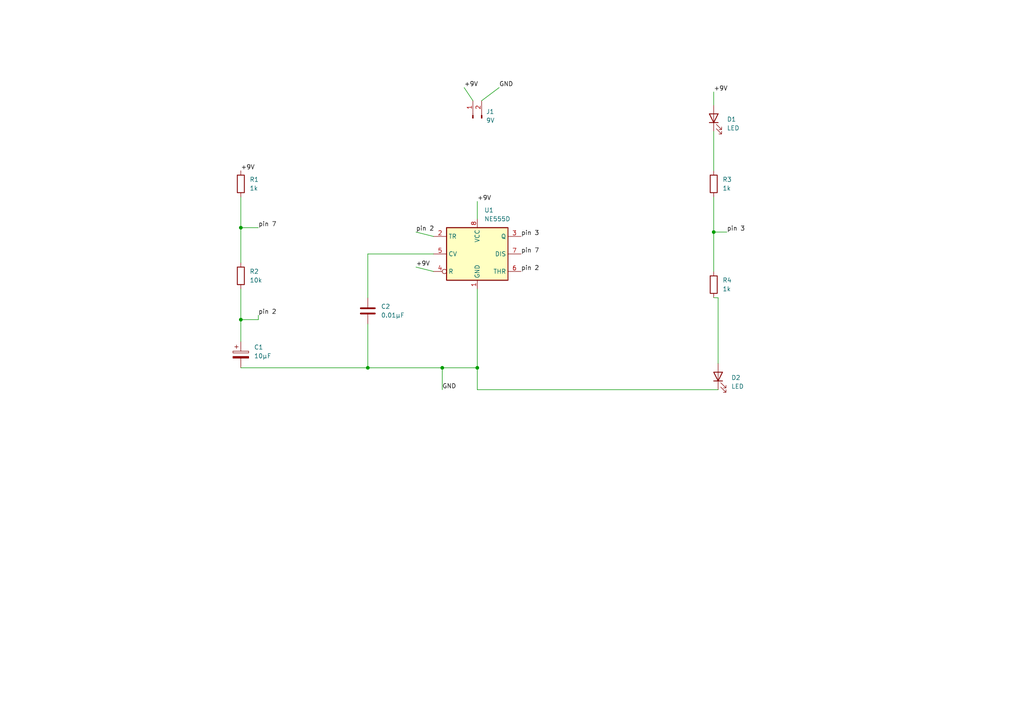
<source format=kicad_sch>
(kicad_sch (version 20211123) (generator eeschema)
  (paper "A4")
  (lib_symbols
    (symbol "Connector:Conn_01x02_Male" (pin_names (offset 1.016) hide)
      (property "Reference" "J" (at 0 2.54 0))
      (property "Value" "Conn_01x02_Male" (at 0 -5.08 0))
      (symbol "Conn_01x02_Male_1_1"
        (polyline (pts (xy 1.27 -2.54) (xy 0.8636 -2.54)) (stroke (width 0.1524)))
        (polyline (pts (xy 1.27 0) (xy 0.8636 0)) (stroke (width 0.1524)))
        (rectangle (start 0.8636 -2.413) (end 0 -2.667) (stroke (width 0.1524)) (fill (type outline)))
        (rectangle (start 0.8636 0.127) (end 0 -0.127) (stroke (width 0.1524)) (fill (type outline)))
        (pin passive line (at 5.08 0 180) (length 3.81) (name "Pin_1") (number "1"))
        (pin passive line (at 5.08 -2.54 180) (length 3.81) (name "Pin_2") (number "2"))
      )
    )
    (symbol "Device:C" (pin_numbers hide) (pin_names (offset 0.254))
      (property "Reference" "C" (at 0.635 2.54 0))
      (property "Value" "C" (at 0.635 -2.54 0))
      (symbol "C_0_1"
        (polyline (pts (xy -2.032 -0.762) (xy 2.032 -0.762)) (stroke (width 0.508)))
        (polyline (pts (xy -2.032 0.762) (xy 2.032 0.762)) (stroke (width 0.508)))
      )
      (symbol "C_1_1"
        (pin passive line (at 0 3.81 270) (length 2.794) (name "~") (number "1"))
        (pin passive line (at 0 -3.81 90) (length 2.794) (name "~") (number "2"))
      )
    )
    (symbol "Device:C_Polarized" (pin_numbers hide) (pin_names (offset 0.254))
      (property "Reference" "C" (at 0.635 2.54 0))
      (property "Value" "C_Polarized" (at 0.635 -2.54 0))
      (symbol "C_Polarized_0_1"
        (rectangle (start -2.286 0.508) (end 2.286 1.016))
        (polyline (pts (xy -1.778 2.286) (xy -0.762 2.286)))
        (polyline (pts (xy -1.27 2.794) (xy -1.27 1.778)))
        (rectangle (start 2.286 -0.508) (end -2.286 -1.016) (fill (type outline)))
      )
      (symbol "C_Polarized_1_1"
        (pin passive line (at 0 3.81 270) (length 2.794) (name "~") (number "1"))
        (pin passive line (at 0 -3.81 90) (length 2.794) (name "~") (number "2"))
      )
    )
    (symbol "Device:LED" (pin_numbers hide) (pin_names (offset 1.016) hide)
      (property "Reference" "D" (at 0 2.54 0))
      (property "Value" "LED" (at 0 -2.54 0))
      (symbol "LED_0_1"
        (polyline (pts (xy -1.27 -1.27) (xy -1.27 1.27)) (stroke (width 0.254)))
        (polyline (pts (xy -1.27 0) (xy 1.27 0)))
        (polyline (pts (xy 1.27 -1.27) (xy 1.27 1.27) (xy -1.27 0) (xy 1.27 -1.27)) (stroke (width 0.254)))
        (polyline (pts (xy -3.048 -0.762) (xy -4.572 -2.286) (xy -3.81 -2.286) (xy -4.572 -2.286) (xy -4.572 -1.524)))
        (polyline (pts (xy -1.778 -0.762) (xy -3.302 -2.286) (xy -2.54 -2.286) (xy -3.302 -2.286) (xy -3.302 -1.524)))
      )
      (symbol "LED_1_1"
        (pin passive line (at -3.81 0 0) (length 2.54) (name "K") (number "1"))
        (pin passive line (at 3.81 0 180) (length 2.54) (name "A") (number "2"))
      )
    )
    (symbol "Device:R" (pin_numbers hide) (pin_names (offset 0))
      (property "Reference" "R" (at 2.032 0 90))
      (property "Value" "R" (at 0 0 90))
      (symbol "R_0_1"
        (rectangle (start -1.016 -2.54) (end 1.016 2.54) (stroke (width 0.254)))
      )
      (symbol "R_1_1"
        (pin passive line (at 0 3.81 270) (length 1.27) (name "~") (number "1"))
        (pin passive line (at 0 -3.81 90) (length 1.27) (name "~") (number "2"))
      )
    )
    (symbol "Timer:NE555D"
      (property "Reference" "U" (at -10.16 8.89 0))
      (property "Value" "NE555D" (at 2.54 8.89 0))
      (symbol "NE555D_0_0"
        (pin power_in line (at 0 -10.16 90) (length 2.54) (name "GND") (number "1"))
        (pin power_in line (at 0 10.16 270) (length 2.54) (name "VCC") (number "8"))
      )
      (symbol "NE555D_0_1"
        (rectangle (start -8.89 -7.62) (end 8.89 7.62) (stroke (width 0.254)) (fill (type background)))
        (rectangle (start -8.89 -7.62) (end 8.89 7.62) (stroke (width 0.254)) (fill (type background)))
      )
      (symbol "NE555D_1_1"
        (pin input line (at -12.7 5.08 0) (length 3.81) (name "TR") (number "2"))
        (pin output line (at 12.7 5.08 180) (length 3.81) (name "Q") (number "3"))
        (pin input inverted (at -12.7 -5.08 0) (length 3.81) (name "R") (number "4"))
        (pin input line (at -12.7 0 0) (length 3.81) (name "CV") (number "5"))
        (pin input line (at 12.7 -5.08 180) (length 3.81) (name "THR") (number "6"))
        (pin input line (at 12.7 0 180) (length 3.81) (name "DIS") (number "7"))
      )
    )
  )
  (junction (at 138.43 106.68))
  (junction (at 207.01 67.31))
  (junction (at 69.85 92.71))
  (junction (at 69.85 66.04))
  (junction (at 128.27 106.68))
  (junction (at 106.68 106.68))
  (wire (pts (xy 69.85 66.04) (xy 69.85 76.2)))
  (wire (pts (xy 69.85 57.15) (xy 69.85 66.04)))
  (wire (pts (xy 120.65 67.31) (xy 125.73 68.58)))
  (wire (pts (xy 106.68 106.68) (xy 106.68 93.98)))
  (wire (pts (xy 106.68 73.66) (xy 125.73 73.66)))
  (wire (pts (xy 69.85 83.82) (xy 69.85 92.71)))
  (wire (pts (xy 207.01 67.31) (xy 210.82 67.31)))
  (wire (pts (xy 134.62 25.4) (xy 137.16 29.21)))
  (wire (pts (xy 69.85 92.71) (xy 69.85 99.06)))
  (wire (pts (xy 208.28 86.36) (xy 207.01 86.36)))
  (wire (pts (xy 128.27 106.68) (xy 138.43 106.68)))
  (wire (pts (xy 207.01 57.15) (xy 207.01 67.31)))
  (wire (pts (xy 138.43 83.82) (xy 138.43 106.68)))
  (wire (pts (xy 138.43 58.42) (xy 138.43 63.5)))
  (wire (pts (xy 144.78 25.4) (xy 139.7 29.21)))
  (wire (pts (xy 128.27 106.68) (xy 128.27 113.03)))
  (wire (pts (xy 74.93 92.71) (xy 74.93 91.44)))
  (wire (pts (xy 69.85 66.04) (xy 74.93 66.04)))
  (wire (pts (xy 208.28 105.41) (xy 208.28 86.36)))
  (wire (pts (xy 207.01 38.1) (xy 207.01 49.53)))
  (wire (pts (xy 208.28 113.03) (xy 138.43 113.03)))
  (wire (pts (xy 138.43 113.03) (xy 138.43 106.68)))
  (wire (pts (xy 120.65 77.47) (xy 125.73 78.74)))
  (wire (pts (xy 207.01 26.67) (xy 207.01 30.48)))
  (wire (pts (xy 207.01 67.31) (xy 207.01 78.74)))
  (wire (pts (xy 69.85 106.68) (xy 106.68 106.68)))
  (wire (pts (xy 69.85 92.71) (xy 74.93 92.71)))
  (wire (pts (xy 106.68 86.36) (xy 106.68 73.66)))
  (wire (pts (xy 106.68 106.68) (xy 128.27 106.68)))
  (label "pin 7" (at 151.13 73.66 0))
  (label "pin 2" (at 74.93 91.44 0))
  (label "GND" (at 144.78 25.4 0))
  (label "GND" (at 128.27 113.03 0))
  (label "+9V" (at 69.85 49.53 0))
  (label "pin 2" (at 151.13 78.74 0))
  (label "+9V" (at 120.65 77.47 0))
  (label "pin 7" (at 74.93 66.04 0))
  (label "+9V" (at 134.62 25.4 0))
  (label "+9V" (at 138.43 58.42 0))
  (label "+9V" (at 207.01 26.67 0))
  (label "pin 3" (at 210.82 67.31 0))
  (label "pin 2" (at 120.65 67.31 0))
  (label "pin 3" (at 151.13 68.58 0))
  (symbol (lib_id "Device:LED") (at 207.01 34.29 90) (unit 1)
    (property "Reference" "D1" (at 210.82 34.6074 90) (effects (justify right)))
    (property "Value" "LED" (at 210.82 37.1474 90) (effects (justify right)))
  )
  (symbol (lib_id "Connector:Conn_01x02_Male") (at 137.16 34.29 90) (unit 1)
    (property "Reference" "J1" (at 140.97 32.3849 90) (effects (justify right)))
    (property "Value" "9V" (at 140.97 34.9249 90) (effects (justify right)))
  )
  (symbol (lib_id "Device:LED") (at 208.28 109.22 90) (unit 1)
    (property "Reference" "D2" (at 212.09 109.5374 90) (effects (justify right)))
    (property "Value" "LED" (at 212.09 112.0774 90) (effects (justify right)))
  )
  (symbol (lib_id "Device:R") (at 207.01 82.55 0) (unit 1)
    (property "Reference" "R4" (at 209.55 81.2799 0) (effects (justify left)))
    (property "Value" "1k" (at 209.55 83.8199 0) (effects (justify left)))
  )
  (symbol (lib_id "Device:C_Polarized") (at 69.85 102.87 0) (unit 1)
    (property "Reference" "C1" (at 73.66 100.7109 0) (effects (justify left)))
    (property "Value" "10μF" (at 73.66 103.2509 0) (effects (justify left)))
  )
  (symbol (lib_id "Device:R") (at 69.85 53.34 0) (unit 1)
    (property "Reference" "R1" (at 72.39 52.0699 0) (effects (justify left)))
    (property "Value" "1k" (at 72.39 54.6099 0) (effects (justify left)))
  )
  (symbol (lib_id "Timer:NE555D") (at 138.43 73.66 0) (unit 1)
    (property "Reference" "U1" (at 140.4494 60.96 0) (effects (justify left)))
    (property "Value" "NE555D" (at 140.4494 63.5 0) (effects (justify left)))
    (property "Footprint" "Package_SO:SOIC-8_3.9x4.9mm_P1.27mm" (effects hide))
    (property "Datasheet" "http://www.ti.com/lit/ds/symlink/ne555.pdf" (effects hide))
  )
  (symbol (lib_id "Device:C") (at 106.68 90.17 0) (unit 1)
    (property "Reference" "C2" (at 110.49 88.8999 0) (effects (justify left)))
    (property "Value" "0.01μF" (at 110.49 91.4399 0) (effects (justify left)))
  )
  (symbol (lib_id "Device:R") (at 69.85 80.01 0) (unit 1)
    (property "Reference" "R2" (at 72.39 78.7399 0) (effects (justify left)))
    (property "Value" "10k" (at 72.39 81.2799 0) (effects (justify left)))
  )
  (symbol (lib_id "Device:R") (at 207.01 53.34 0) (unit 1)
    (property "Reference" "R3" (at 209.55 52.0699 0) (effects (justify left)))
    (property "Value" "1k" (at 209.55 54.6099 0) (effects (justify left)))
  )
)
</source>
